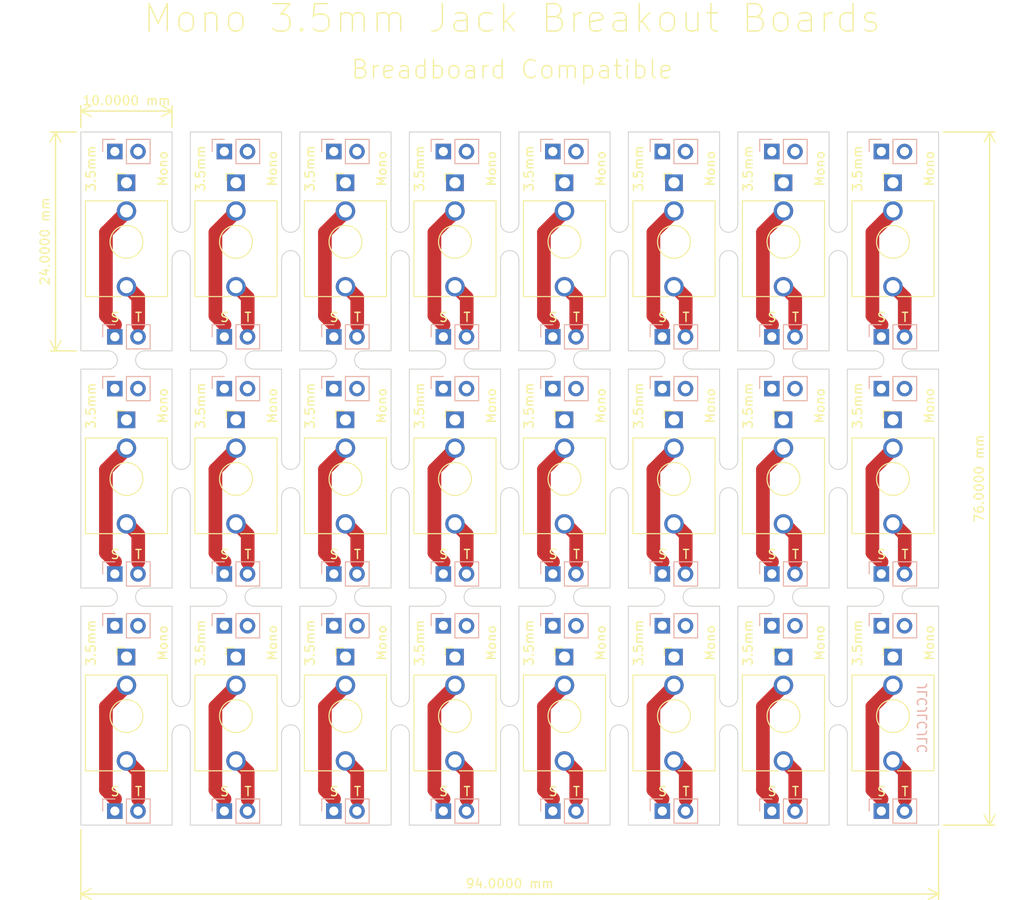
<source format=kicad_pcb>
(kicad_pcb (version 20211014) (generator pcbnew)
  (layers (0 "F.Cu" signal) (31 "B.Cu" signal) (34 "B.Paste" user) (35 "F.Paste" user) (36 "B.SilkS" user "B.Silkscreen") (37 "F.SilkS" user "F.Silkscreen") (38 "B.Mask" user) (39 "F.Mask" user) (44 "Edge.Cuts" user))
  (net 0 "")
  (net 1 "Net-(J3-PadT)")
  (net 2 "Net-(J3-PadS)")
  (footprint "LIBRARY-8-bit-computer:mouse-bite-2mm-slot" (layer "F.Cu") (at 147.18 71.444 -90)
    (fp_text reference "mouse-bite-2mm-slot11" hide)
    (fp_text value "VAL**" hide)
    (fp_arc (start -2 -1) (mid -1 0) (end -2 1) (layer "Edge.Cuts") (width 0.1))
    (fp_arc (start 2 1) (mid 1 0) (end 2 -1) (layer "Edge.Cuts") (width 0.1))
  )
  (footprint "LIBRARY-8-bit-computer:mouse-bite-2mm-slot" (layer "F.Cu") (at 153.18 84.444)
    (fp_text reference "mouse-bite-2mm-slot29" hide)
    (fp_text value "VAL**" hide)
    (fp_arc (start -2 -1) (mid -1 0) (end -2 1) (layer "Edge.Cuts") (width 0.1))
    (fp_arc (start 2 1) (mid 1 0) (end 2 -1) (layer "Edge.Cuts") (width 0.1))
  )
  (footprint "LIBRARY-8-bit-computer:mouse-bite-2mm-slot" (layer "F.Cu") (at 147.18 123.444 -90)
    (fp_text reference "mouse-bite-2mm-slot44" hide)
    (fp_text value "VAL**" hide)
    (fp_arc (start 2 1) (mid 1 0) (end 2 -1) (layer "Edge.Cuts") (width 0.1))
    (fp_arc (start -2 -1) (mid -1 0) (end -2 1) (layer "Edge.Cuts") (width 0.1))
  )
  (footprint "LIBRARY-8-bit-computer:mouse-bite-2mm-slot" (layer "F.Cu") (at 159.18 97.444 -90)
    (fp_text reference "mouse-bite-2mm-slot30" hide)
    (fp_text value "VAL**" hide)
    (fp_arc (start 2 1) (mid 1 0) (end 2 -1) (layer "Edge.Cuts") (width 0.1))
    (fp_arc (start -2 -1) (mid -1 0) (end -2 1) (layer "Edge.Cuts") (width 0.1))
  )
  (footprint "LIBRARY-8-bit-computer:mouse-bite-2mm-slot" (layer "F.Cu") (at 123.18 97.444 -90)
    (fp_text reference "mouse-bite-2mm-slot23" hide)
    (fp_text value "VAL**" hide)
    (fp_arc (start 2 1) (mid 1 0) (end 2 -1) (layer "Edge.Cuts") (width 0.1))
    (fp_arc (start -2 -1) (mid -1 0) (end -2 1) (layer "Edge.Cuts") (width 0.1))
  )
  (footprint "LIBRARY-8-bit-computer:3.5mm-mono-jack-eurorack-2" (layer "F.Cu") (at 105.18 71.584)
    (fp_text reference "J114" hide)
    (fp_text value "AudioJack2_Ground" hide)
  )
  (footprint "LIBRARY-8-bit-computer:3.5mm-mono-jack-eurorack-2" (layer "F.Cu") (at 129.18 97.584)
    (fp_text reference "J144" hide)
    (fp_text value "AudioJack2_Ground" hide)
  )
  (footprint "LIBRARY-8-bit-computer:mouse-bite-2mm-slot" (layer "F.Cu") (at 153.18 110.444)
    (fp_text reference "mouse-bite-2mm-slot45" hide)
    (fp_text value "VAL**" hide)
    (fp_arc (start -2 -1) (mid -1 0) (end -2 1) (layer "Edge.Cuts") (width 0.1))
    (fp_arc (start 2 1) (mid 1 0) (end 2 -1) (layer "Edge.Cuts") (width 0.1))
  )
  (footprint "LIBRARY-8-bit-computer:mouse-bite-2mm-slot" (layer "F.Cu") (at 165.18 84.444)
    (fp_text reference "mouse-bite-2mm-slot31" hide)
    (fp_text value "VAL**" hide)
    (fp_arc (start 2 1) (mid 1 0) (end 2 -1) (layer "Edge.Cuts") (width 0.1))
    (fp_arc (start -2 -1) (mid -1 0) (end -2 1) (layer "Edge.Cuts") (width 0.1))
  )
  (footprint "LIBRARY-8-bit-computer:mouse-bite-2mm-slot" (layer "F.Cu") (at 99.18 123.444 -90)
    (fp_text reference "mouse-bite-2mm-slot36" hide)
    (fp_text value "VAL**" hide)
    (fp_arc (start 2 1) (mid 1 0) (end 2 -1) (layer "Edge.Cuts") (width 0.1))
    (fp_arc (start -2 -1) (mid -1 0) (end -2 1) (layer "Edge.Cuts") (width 0.1))
  )
  (footprint "LIBRARY-8-bit-computer:mouse-bite-2mm-slot" (layer "F.Cu") (at 159.18 123.444 -90)
    (fp_text reference "mouse-bite-2mm-slot46" hide)
    (fp_text value "VAL**" hide)
    (fp_arc (start -2 -1) (mid -1 0) (end -2 1) (layer "Edge.Cuts") (width 0.1))
    (fp_arc (start 2 1) (mid 1 0) (end 2 -1) (layer "Edge.Cuts") (width 0.1))
  )
  (footprint "LIBRARY-8-bit-computer:3.5mm-mono-jack-eurorack-2" (layer "F.Cu") (at 81.18 71.584)
    (fp_text reference "J108" hide)
    (fp_text value "AudioJack2_Ground" hide)
  )
  (footprint "LIBRARY-8-bit-computer:3.5mm-mono-jack-eurorack-2" (layer "F.Cu") (at 93.18 123.584)
    (fp_text reference "J159" hide)
    (fp_text value "AudioJack2_Ground" hide)
  )
  (footprint "LIBRARY-8-bit-computer:mouse-bite-2mm-slot" (layer "F.Cu") (at 117.18 110.444)
    (fp_text reference "mouse-bite-2mm-slot39" hide)
    (fp_text value "VAL**" hide)
    (fp_arc (start 2 1) (mid 1 0) (end 2 -1) (layer "Edge.Cuts") (width 0.1))
    (fp_arc (start -2 -1) (mid -1 0) (end -2 1) (layer "Edge.Cuts") (width 0.1))
  )
  (footprint "LIBRARY-8-bit-computer:3.5mm-mono-jack-eurorack-2" (layer "F.Cu") (at 105.18 123.584)
    (fp_text reference "J162" hide)
    (fp_text value "AudioJack2_Ground" hide)
  )
  (footprint "LIBRARY-8-bit-computer:mouse-bite-2mm-slot" (layer "F.Cu") (at 117.18 84.444)
    (fp_text reference "mouse-bite-2mm-slot22" hide)
    (fp_text value "VAL**" hide)
    (fp_arc (start 2 1) (mid 1 0) (end 2 -1) (layer "Edge.Cuts") (width 0.1))
    (fp_arc (start -2 -1) (mid -1 0) (end -2 1) (layer "Edge.Cuts") (width 0.1))
  )
  (footprint "LIBRARY-8-bit-computer:3.5mm-mono-jack-eurorack-2" (layer "F.Cu") (at 141.18 123.584)
    (fp_text reference "J171" hide)
    (fp_text value "AudioJack2_Ground" hide)
  )
  (footprint "LIBRARY-8-bit-computer:3.5mm-mono-jack-eurorack-2" (layer "F.Cu") (at 129.18 123.584)
    (fp_text reference "J168" hide)
    (fp_text value "AudioJack2_Ground" hide)
  )
  (footprint "LIBRARY-8-bit-computer:mouse-bite-2mm-slot" (layer "F.Cu") (at 93.18 84.444)
    (fp_text reference "mouse-bite-2mm-slot18" hide)
    (fp_text value "VAL**" hide)
    (fp_arc (start 2 1) (mid 1 0) (end 2 -1) (layer "Edge.Cuts") (width 0.1))
    (fp_arc (start -2 -1) (mid -1 0) (end -2 1) (layer "Edge.Cuts") (width 0.1))
  )
  (footprint "LIBRARY-8-bit-computer:mouse-bite-2mm-slot" (layer "F.Cu") (at 81.18 110.444)
    (fp_text reference "mouse-bite-2mm-slot33" hide)
    (fp_text value "VAL**" hide)
    (fp_arc (start 2 1) (mid 1 0) (end 2 -1) (layer "Edge.Cuts") (width 0.1))
    (fp_arc (start -2 -1) (mid -1 0) (end -2 1) (layer "Edge.Cuts") (width 0.1))
  )
  (footprint "LIBRARY-8-bit-computer:3.5mm-mono-jack-eurorack-2" (layer "F.Cu") (at 165.18 71.584)
    (fp_text reference "J129" hide)
    (fp_text value "AudioJack2_Ground" hide)
  )
  (footprint "LIBRARY-8-bit-computer:3.5mm-mono-jack-eurorack-2" (layer "F.Cu") (at 153.18 71.584)
    (fp_text reference "J126" hide)
    (fp_text value "AudioJack2_Ground" hide)
  )
  (footprint "LIBRARY-8-bit-computer:mouse-bite-2mm-slot" (layer "F.Cu") (at 141.18 110.444)
    (fp_text reference "mouse-bite-2mm-slot43" hide)
    (fp_text value "VAL**" hide)
    (fp_arc (start -2 -1) (mid -1 0) (end -2 1) (layer "Edge.Cuts") (width 0.1))
    (fp_arc (start 2 1) (mid 1 0) (end 2 -1) (layer "Edge.Cuts") (width 0.1))
  )
  (footprint "LIBRARY-8-bit-computer:mouse-bite-2mm-slot" (layer "F.Cu") (at 135.18 71.444 -90)
    (fp_text reference "mouse-bite-2mm-slot9" hide)
    (fp_text value "VAL**" hide)
    (fp_arc (start -2 -1) (mid -1 0) (end -2 1) (layer "Edge.Cuts") (width 0.1))
    (fp_arc (start 2 1) (mid 1 0) (end 2 -1) (layer "Edge.Cuts") (width 0.1))
  )
  (footprint "LIBRARY-8-bit-computer:3.5mm-mono-jack-eurorack-2" (layer "F.Cu") (at 141.18 71.584)
    (fp_text reference "J123" hide)
    (fp_text value "AudioJack2_Ground" hide)
  )
  (footprint "LIBRARY-8-bit-computer:3.5mm-mono-jack-eurorack-2" (layer "F.Cu") (at 141.18 97.584)
    (fp_text reference "J147" hide)
    (fp_text value "AudioJack2_Ground" hide)
  )
  (footprint "LIBRARY-8-bit-computer:mouse-bite-2mm-slot" (layer "F.Cu") (at 135.18 123.444 -90)
    (fp_text reference "mouse-bite-2mm-slot42" hide)
    (fp_text value "VAL**" hide)
    (fp_arc (start -2 -1) (mid -1 0) (end -2 1) (layer "Edge.Cuts") (width 0.1))
    (fp_arc (start 2 1) (mid 1 0) (end 2 -1) (layer "Edge.Cuts") (width 0.1))
  )
  (footprint "LIBRARY-8-bit-computer:mouse-bite-2mm-slot" (layer "F.Cu") (at 93.18 110.444)
    (fp_text reference "mouse-bite-2mm-slot35" hide)
    (fp_text value "VAL**" hide)
    (fp_arc (start -2 -1) (mid -1 0) (end -2 1) (layer "Edge.Cuts") (width 0.1))
    (fp_arc (start 2 1) (mid 1 0) (end 2 -1) (layer "Edge.Cuts") (width 0.1))
  )
  (footprint "LIBRARY-8-bit-computer:mouse-bite-2mm-slot" (layer "F.Cu") (at 111.18 123.444 -90)
    (fp_text reference "mouse-bite-2mm-slot38" hide)
    (fp_text value "VAL**" hide)
    (fp_arc (start 2 1) (mid 1 0) (end 2 -1) (layer "Edge.Cuts") (width 0.1))
    (fp_arc (start -2 -1) (mid -1 0) (end -2 1) (layer "Edge.Cuts") (width 0.1))
  )
  (footprint "LIBRARY-8-bit-computer:3.5mm-mono-jack-eurorack-2" (layer "F.Cu") (at 117.18 123.584)
    (fp_text reference "J165" hide)
    (fp_text value "AudioJack2_Ground" hide)
  )
  (footprint "LIBRARY-8-bit-computer:mouse-bite-2mm-slot" (layer "F.Cu") (at 165.18 110.444)
    (fp_text reference "mouse-bite-2mm-slot47" hide)
    (fp_text value "VAL**" hide)
    (fp_arc (start -2 -1) (mid -1 0) (end -2 1) (layer "Edge.Cuts") (width 0.1))
    (fp_arc (start 2 1) (mid 1 0) (end 2 -1) (layer "Edge.Cuts") (width 0.1))
  )
  (footprint "LIBRARY-8-bit-computer:3.5mm-mono-jack-eurorack-2" (layer "F.Cu") (at 81.18 97.584)
    (fp_text reference "J132" hide)
    (fp_text value "AudioJack2_Ground" hide)
  )
  (footprint "LIBRARY-8-bit-computer:mouse-bite-2mm-slot" (layer "F.Cu") (at 141.18 84.444)
    (fp_text reference "mouse-bite-2mm-slot26" hide)
    (fp_text value "VAL**" hide)
    (fp_arc (start 2 1) (mid 1 0) (end 2 -1) (layer "Edge.Cuts") (width 0.1))
    (fp_arc (start -2 -1) (mid -1 0) (end -2 1) (layer "Edge.Cuts") (width 0.1))
  )
  (footprint "LIBRARY-8-bit-computer:3.5mm-mono-jack-eurorack-2" (layer "F.Cu") (at 117.18 97.584)
    (fp_text reference "J141" hide)
    (fp_text value "AudioJack2_Ground" hide)
  )
  (footprint "LIBRARY-8-bit-computer:mouse-bite-2mm-slot" (layer "F.Cu") (at 135.18 97.444 -90)
    (fp_text reference "mouse-bite-2mm-slot25" hide)
    (fp_text value "VAL**" hide)
    (fp_arc (start -2 -1) (mid -1 0) (end -2 1) (layer "Edge.Cuts") (width 0.1))
    (fp_arc (start 2 1) (mid 1 0) (end 2 -1) (layer "Edge.Cuts") (width 0.1))
  )
  (footprint "LIBRARY-8-bit-computer:mouse-bite-2mm-slot" (layer "F.Cu") (at 123.18 71.444 -90)
    (fp_text reference "mouse-bite-2mm-slot7" hide)
    (fp_text value "VAL**" hide)
    (fp_arc (start -2 -1) (mid -1 0) (end -2 1) (layer "Edge.Cuts") (width 0.1))
    (fp_arc (start 2 1) (mid 1 0) (end 2 -1) (layer "Edge.Cuts") (width 0.1))
  )
  (footprint "LIBRARY-8-bit-computer:3.5mm-mono-jack-eurorack-2" (layer "F.Cu") (at 153.18 97.584)
    (fp_text reference "J150" hide)
    (fp_text value "AudioJack2_Ground" hide)
  )
  (footprint "LIBRARY-8-bit-computer:3.5mm-mono-jack-eurorack-2" (layer "F.Cu") (at 129.18 71.584)
    (fp_text reference "J120" hide)
    (fp_text value "AudioJack2_Ground" hide)
  )
  (footprint "LIBRARY-8-bit-computer:3.5mm-mono-jack-eurorack-2" (layer "F.Cu") (at 81.18 123.584)
    (fp_text reference "J156" hide)
    (fp_text value "AudioJack2_Ground" hide)
  )
  (footprint "LIBRARY-8-bit-computer:mouse-bite-2mm-slot" (layer "F.Cu") (at 81.18 84.444)
    (fp_text reference "mouse-bite-2mm-slot16" hide)
    (fp_text value "VAL**" hide)
    (fp_arc (start 2 1) (mid 1 0) (end 2 -1) (layer "Edge.Cuts") (width 0.1))
    (fp_arc (start -2 -1) (mid -1 0) (end -2 1) (layer "Edge.Cuts") (width 0.1))
  )
  (footprint "LIBRARY-8-bit-computer:mouse-bite-2mm-slot" (layer "F.Cu") (at 129.18 110.444)
    (fp_text reference "mouse-bite-2mm-slot41" hide)
    (fp_text value "VAL**" hide)
    (fp_arc (start -2 -1) (mid -1 0) (end -2 1) (layer "Edge.Cuts") (width 0.1))
    (fp_arc (start 2 1) (mid 1 0) (end 2 -1) (layer "Edge.Cuts") (width 0.1))
  )
  (footprint "LIBRARY-8-bit-computer:3.5mm-mono-jack-eurorack-2" (layer "F.Cu") (at 93.18 71.584)
    (fp_text reference "J111" hide)
    (fp_text value "AudioJack2_Ground" hide)
  )
  (footprint "LIBRARY-8-bit-computer:mouse-bite-2mm-slot" (layer "F.Cu") (at 87.18 123.444 -90)
    (fp_text reference "mouse-bite-2mm-slot34" hide)
    (fp_text value "VAL**" hide)
    (fp_arc (start 2 1) (mid 1 0) (end 2 -1) (layer "Edge.Cuts") (width 0.1))
    (fp_arc (start -2 -1) (mid -1 0) (end -2 1) (layer "Edge.Cuts") (width 0.1))
  )
  (footprint "LIBRARY-8-bit-computer:mouse-bite-2mm-slot" (layer "F.Cu") (at 87.18 71.444 -90)
    (fp_text reference "mouse-bite-2mm-slot1" hide)
    (fp_text value "VAL**" hide)
    (fp_arc (start 2 1) (mid 1 0) (end 2 -1) (layer "Edge.Cuts") (width 0.1))
    (fp_arc (start -2 -1) (mid -1 0) (end -2 1) (layer "Edge.Cuts") (width 0.1))
  )
  (footprint "LIBRARY-8-bit-computer:mouse-bite-2mm-slot" (layer "F.Cu") (at 129.18 84.444)
    (fp_text reference "mouse-bite-2mm-slot24" hide)
    (fp_text value "VAL**" hide)
    (fp_arc (start -2 -1) (mid -1 0) (end -2 1) (layer "Edge.Cuts") (width 0.1))
    (fp_arc (start 2 1) (mid 1 0) (end 2 -1) (layer "Edge.Cuts") (width 0.1))
  )
  (footprint "LIBRARY-8-bit-computer:3.5mm-mono-jack-eurorack-2" (layer "F.Cu") (at 105.18 97.584)
    (fp_text reference "J138" hide)
    (fp_text value "AudioJack2_Ground" hide)
  )
  (footprint "LIBRARY-8-bit-computer:mouse-bite-2mm-slot" (layer "F.Cu") (at 99.18 71.444 -90)
    (fp_text reference "mouse-bite-2mm-slot3" hide)
    (fp_text value "VAL**" hide)
    (fp_arc (start -2 -1) (mid -1 0) (end -2 1) (layer "Edge.Cuts") (width 0.1))
    (fp_arc (start 2 1) (mid 1 0) (end 2 -1) (layer "Edge.Cuts") (width 0.1))
  )
  (footprint "LIBRARY-8-bit-computer:3.5mm-mono-jack-eurorack-2" (layer "F.Cu") (at 165.18 123.584)
    (fp_text reference "J177" hide)
    (fp_text value "AudioJack2_Ground" hide)
  )
  (footprint "LIBRARY-8-bit-computer:3.5mm-mono-jack-eurorack-2" (layer "F.Cu") (at 117.18 71.584)
    (fp_text reference "J117" hide)
    (fp_text value "AudioJack2_Ground" hide)
  )
  (footprint "LIBRARY-8-bit-computer:mouse-bite-2mm-slot" (layer "F.Cu") (at 159.18 71.444 -90)
    (fp_text reference "mouse-bite-2mm-slot13" hide)
    (fp_text value "VAL**" hide)
    (fp_arc (start 2 1) (mid 1 0) (end 2 -1) (layer "Edge.Cuts") (width 0.1))
    (fp_arc (start -2 -1) (mid -1 0) (end -2 1) (layer "Edge.Cuts") (width 0.1))
  )
  (footprint "LIBRARY-8-bit-computer:mouse-bite-2mm-slot" (layer "F.Cu") (at 147.18 97.444 -90)
    (fp_text reference "mouse-bite-2mm-slot27" hide)
    (fp_text value "VAL**" hide)
    (fp_arc (start 2 1) (mid 1 0) (end 2 -1) (layer "Edge.Cuts") (width 0.1))
    (fp_arc (start -2 -1) (mid -1 0) (end -2 1) (layer "Edge.Cuts") (width 0.1))
  )
  (footprint "LIBRARY-8-bit-computer:3.5mm-mono-jack-eurorack-2" (layer "F.Cu") (at 165.18 97.584)
    (fp_text reference "J153" hide)
    (fp_text value "AudioJack2_Ground" hide)
  )
  (footprint "LIBRARY-8-bit-computer:mouse-bite-2mm-slot" (layer "F.Cu") (at 105.18 84.444)
    (fp_text reference "mouse-bite-2mm-slot20" hide)
    (fp_text value "VAL**" hide)
    (fp_arc (start -2 -1) (mid -1 0) (end -2 1) (layer "Edge.Cuts") (width 0.1))
    (fp_arc (start 2 1) (mid 1 0) (end 2 -1) (layer "Edge.Cuts") (width 0.1))
  )
  (footprint "LIBRARY-8-bit-computer:mouse-bite-2mm-slot" (layer "F.Cu") (at 111.18 97.444 -90)
    (fp_text reference "mouse-bite-2mm-slot21" hide)
    (fp_text value "VAL**" hide)
    (fp_arc (start 2 1) (mid 1 0) (end 2 -1) (layer "Edge.Cuts") (width 0.1))
    (fp_arc (start -2 -1) (mid -1 0) (end -2 1) (layer "Edge.Cuts") (width 0.1))
  )
  (footprint "LIBRARY-8-bit-computer:mouse-bite-2mm-slot" (layer "F.Cu") (at 105.18 110.444)
    (fp_text reference "mouse-bite-2mm-slot37" hide)
    (fp_text value "VAL**" hide)
    (fp_arc (start -2 -1) (mid -1 0) (end -2 1) (layer "Edge.Cuts") (width 0.1))
    (fp_arc (start 2 1) (mid 1 0) (end 2 -1) (layer "Edge.Cuts") (width 0.1))
  )
  (footprint "LIBRARY-8-bit-computer:mouse-bite-2mm-slot" (layer "F.Cu") (at 123.18 123.444 -90)
    (fp_text reference "mouse-bite-2mm-slot40" hide)
    (fp_text value "VAL**" hide)
    (fp_arc (start -2 -1) (mid -1 0) (end -2 1) (layer "Edge.Cuts") (width 0.1))
    (fp_arc (start 2 1) (mid 1 0) (end 2 -1) (layer "Edge.Cuts") (width 0.1))
  )
  (footprint "LIBRARY-8-bit-computer:mouse-bite-2mm-slot" (layer "F.Cu") (at 111.18 71.444 -90)
    (fp_text reference "mouse-bite-2mm-slot5" hide)
    (fp_text value "VAL**" hide)
    (fp_arc (start 2 1) (mid 1 0) (end 2 -1) (layer "Edge.Cuts") (width 0.1))
    (fp_arc (start -2 -1) (mid -1 0) (end -2 1) (layer "Edge.Cuts") (width 0.1))
  )
  (footprint "LIBRARY-8-bit-computer:3.5mm-mono-jack-eurorack-2" (layer "F.Cu") (at 153.18 123.584)
    (fp_text reference "J174" hide)
    (fp_text value "AudioJack2_Ground" hide)
  )
  (footprint "LIBRARY-8-bit-computer:3.5mm-mono-jack-eurorack-2" (layer "F.Cu") (at 93.18 97.584)
    (fp_text reference "J135" hide)
    (fp_text value "AudioJack2_Ground" hide)
  )
  (footprint "LIBRARY-8-bit-computer:mouse-bite-2mm-slot" (layer "F.Cu") (at 99.18 97.444 -90)
    (fp_text reference "mouse-bite-2mm-slot19" hide)
    (fp_text value "VAL**" hide)
    (fp_arc (start 2 1) (mid 1 0) (end 2 -1) (layer "Edge.Cuts") (width 0.1))
    (fp_arc (start -2 -1) (mid -1 0) (end -2 1) (layer "Edge.Cuts") (width 0.1))
  )
  (footprint "LIBRARY-8-bit-computer:mouse-bite-2mm-slot" (layer "F.Cu") (at 87.18 97.444 -90)
    (fp_text reference "mouse-bite-2mm-slot17" hide)
    (fp_text value "VAL**" hide)
    (fp_arc (start 2 1) (mid 1 0) (end 2 -1) (layer "Edge.Cuts") (width 0.1))
    (fp_arc (start -2 -1) (mid -1 0) (end -2 1) (layer "Edge.Cuts") (width 0.1))
  )
  (footprint "Connector_PinHeader_2.54mm:PinHeader_1x02_P2.54mm_Vertical" (layer "B.Cu") (at 103.905 113.584 -90)
    (fp_text reference "J164" hide)
    (fp_text value "Conn_01x02" hide)
  )
  (footprint "Connector_PinHeader_2.54mm:PinHeader_1x02_P2.54mm_Vertical" (layer "B.Cu") (at 115.905 87.584 -90)
    (fp_text reference "J143" hide)
    (fp_text value "Conn_01x02" hide)
  )
  (footprint "Connector_PinHeader_2.54mm:PinHeader_1x02_P2.54mm_Vertical" (layer "B.Cu") (at 163.905 87.584 -90)
    (fp_text reference "J155" hide)
    (fp_text value "Conn_01x02" hide)
  )
  (footprint "Connector_PinHeader_2.54mm:PinHeader_1x02_P2.54mm_Vertical" (layer "B.Cu") (at 115.905 107.904 -90)
    (fp_text reference "J142" hide)
    (fp_text value "Conn_01x02" hide)
  )
  (footprint "Connector_PinHeader_2.54mm:PinHeader_1x02_P2.54mm_Vertical" (layer "B.Cu") (at 151.905 133.904 -90)
    (fp_text reference "J175" hide)
    (fp_text value "Conn_01x02" hide)
  )
  (footprint "Connector_PinHeader_2.54mm:PinHeader_1x02_P2.54mm_Vertical" (layer "B.Cu") (at 91.905 107.904 -90)
    (fp_text reference "J136" hide)
    (fp_text value "Conn_01x02" hide)
  )
  (footprint "Connector_PinHeader_2.54mm:PinHeader_1x02_P2.54mm_Vertical" (layer "B.Cu") (at 79.905 61.584 -90)
    (fp_text reference "J110" hide)
    (fp_text value "Conn_01x02" hide)
  )
  (footprint "Connector_PinHeader_2.54mm:PinHeader_1x02_P2.54mm_Vertical" (layer "B.Cu") (at 115.905 81.904 -90)
    (fp_text reference "J118" hide)
    (fp_text value "Conn_01x02" hide)
  )
  (footprint "Connector_PinHeader_2.54mm:PinHeader_1x02_P2.54mm_Vertical" (layer "B.Cu") (at 79.905 87.584 -90)
    (fp_text reference "J134" hide)
    (fp_text value "Conn_01x02" hide)
  )
  (footprint "Connector_PinHeader_2.54mm:PinHeader_1x02_P2.54mm_Vertical" (layer "B.Cu") (at 151.905 113.584 -90)
    (fp_text reference "J176" hide)
    (fp_text value "Conn_01x02" hide)
  )
  (footprint "Connector_PinHeader_2.54mm:PinHeader_1x02_P2.54mm_Vertical" (layer "B.Cu") (at 127.905 133.904 -90)
    (fp_text reference "J169" hide)
    (fp_text value "Conn_01x02" hide)
  )
  (footprint "Connector_PinHeader_2.54mm:PinHeader_1x02_P2.54mm_Vertical" (layer "B.Cu") (at 79.905 113.584 -90)
    (fp_text reference "J158" hide)
    (fp_text value "Conn_01x02" hide)
  )
  (footprint "Connector_PinHeader_2.54mm:PinHeader_1x02_P2.54mm_Vertical" (layer "B.Cu") (at 127.905 87.584 -90)
    (fp_text reference "J146" hide)
    (fp_text value "Conn_01x02" hide)
  )
  (footprint "Connector_PinHeader_2.54mm:PinHeader_1x02_P2.54mm_Vertical" (layer "B.Cu") (at 79.905 133.904 -90)
    (fp_text reference "J157" hide)
    (fp_text value "Conn_01x02" hide)
  )
  (footprint "Connector_PinHeader_2.54mm:PinHeader_1x02_P2.54mm_Vertical" (layer "B.Cu") (at 151.905 87.584 -90)
    (fp_text reference "J152" hide)
    (fp_text value "Conn_01x02" hide)
  )
  (footprint "Connector_PinHeader_2.54mm:PinHeader_1x02_P2.54mm_Vertical" (layer "B.Cu") (at 91.905 81.904 -90)
    (fp_text reference "J112" hide)
    (fp_text value "Conn_01x02" hide)
  )
  (footprint "Connector_PinHeader_2.54mm:PinHeader_1x02_P2.54mm_Vertical" (layer "B.Cu") (at 139.905 113.584 -90)
    (fp_text reference "J173" hide)
    (fp_text value "Conn_01x02" hide)
  )
  (footprint "Connector_PinHeader_2.54mm:PinHeader_1x02_P2.54mm_Vertical" (layer "B.Cu") (at 91.905 61.584 -90)
    (fp_text reference "J113" hide)
    (fp_text value "Conn_01x02" hide)
  )
  (footprint "Connector_PinHeader_2.54mm:PinHeader_1x02_P2.54mm_Vertical" (layer "B.Cu") (at 103.905 81.904 -90)
    (fp_text reference "J115" hide)
    (fp_text value "Conn_01x02" hide)
  )
  (footprint "Connector_PinHeader_2.54mm:PinHeader_1x02_P2.54mm_Vertical" (layer "B.Cu") (at 115.905 133.904 -90)
    (fp_text reference "J166" hide)
    (fp_text value "Conn_01x02" hide)
  )
  (footprint "Connector_PinHeader_2.54mm:PinHeader_1x02_P2.54mm_Vertical" (layer "B.Cu") (at 151.905 61.584 -90)
    (fp_text reference "J128" hide)
    (fp_text value "Conn_01x02" hide)
  )
  (footprint "Connector_PinHeader_2.54mm:PinHeader_1x02_P2.54mm_Vertical" (layer "B.Cu") (at 151.905 81.904 -90)
    (fp_text reference "J127" hide)
    (fp_text value "Conn_01x02" hide)
  )
  (footprint "Connector_PinHeader_2.54mm:PinHeader_1x02_P2.54mm_Vertical" (layer "B.Cu") (at 91.905 133.904 -90)
    (fp_text reference "J160" hide)
    (fp_text value "Conn_01x02" hide)
  )
  (footprint "Connector_PinHeader_2.54mm:PinHeader_1x02_P2.54mm_Vertical" (layer "B.Cu") (at 115.905 61.584 -90)
    (fp_text reference "J119" hide)
    (fp_text value "Conn_01x02" hide)
  )
  (footprint "Connector_PinHeader_2.54mm:PinHeader_1x02_P2.54mm_Vertical" (layer "B.Cu") (at 91.905 87.584 -90)
    (fp_text reference "J137" hide)
    (fp_text value "Conn_01x02" hide)
  )
  (footprint "Connector_PinHeader_2.54mm:PinHeader_1x02_P2.54mm_Vertical" (layer "B.Cu") (at 151.905 107.904 -90)
    (fp_text reference "J151" hide)
    (fp_text value "Conn_01x02" hide)
  )
  (footprint "Connector_PinHeader_2.54mm:PinHeader_1x02_P2.54mm_Vertical" (layer "B.Cu") (at 139.905 107.904 -90)
    (fp_text reference "J148" hide)
    (fp_text value "Conn_01x02" hide)
  )
  (footprint "Connector_PinHeader_2.54mm:PinHeader_1x02_P2.54mm_Vertical" (layer "B.Cu") (at 163.905 113.584 -90)
    (fp_text reference "J179" hide)
    (fp_text value "Conn_01x02" hide)
  )
  (footprint "Connector_PinHeader_2.54mm:PinHeader_1x02_P2.54mm_Vertical" (layer "B.Cu") (at 139.905 133.904 -90)
    (fp_text reference "J172" hide)
    (fp_text value "Conn_01x02" hide)
  )
  (footprint "Connector_PinHeader_2.54mm:PinHeader_1x02_P2.54mm_Vertical" (layer "B.Cu") (at 103.905 107.904 -90)
    (fp_text reference "J139" hide)
    (fp_text value "Conn_01x02" hide)
  )
  (footprint "Connector_PinHeader_2.54mm:PinHeader_1x02_P2.54mm_Vertical" (layer "B.Cu") (at 127.905 81.904 -90)
    (fp_text reference "J121" hide)
    (fp_text value "Conn_01x02" hide)
  )
  (footprint "Connector_PinHeader_2.54mm:PinHeader_1x02_P2.54mm_Vertical" (layer "B.Cu") (at 163.905 81.904 -90)
    (fp_text reference "J130" hide)
    (fp_text value "Conn_01x02" hide)
  )
  (footprint "Connector_PinHeader_2.54mm:PinHeader_1x02_P2.54mm_Vertical" (layer "B.Cu") (at 79.905 81.904 -90)
    (fp_text reference "J109" hide)
    (fp_text value "Conn_01x02" hide)
  )
  (footprint "Connector_PinHeader_2.54mm:PinHeader_1x02_P2.54mm_Vertical" (layer "B.Cu") (at 139.905 87.584 -90)
    (fp_text reference "J149" hide)
    (fp_text value "Conn_01x02" hide)
  )
  (footprint "Connector_PinHeader_2.54mm:PinHeader_1x02_P2.54mm_Vertical" (layer "B.Cu") (at 103.905 133.904 -90)
    (fp_text reference "J163" hide)
    (fp_text value "Conn_01x02" hide)
  )
  (footprint "Connector_PinHeader_2.54mm:PinHeader_1x02_P2.54mm_Vertical" (layer "B.Cu") (at 127.905 61.584 -90)
    (fp_text reference "J122" hide)
    (fp_text value "Conn_01x02" hide)
  )
  (footprint "Connector_PinHeader_2.54mm:PinHeader_1x02_P2.54mm_Vertical" (layer "B.Cu") (at 139.905 61.584 -90)
    (fp_text reference "J125" hide)
    (fp_text value "Conn_01x02" hide)
  )
  (footprint "Connector_PinHeader_2.54mm:PinHeader_1x02_P2.54mm_Vertical" (layer "B.Cu") (at 103.905 61.584 -90)
    (fp_text reference "J116" hide)
    (fp_text value "Conn_01x02" hide)
  )
  (footprint "Connector_PinHeader_2.54mm:PinHeader_1x02_P2.54mm_Vertical" (layer "B.Cu") (at 163.905 133.904 -90)
    (fp_text reference "J178" hide)
    (fp_text value "Conn_01x02" hide)
  )
  (footprint "Connector_PinHeader_2.54mm:PinHeader_1x02_P2.54mm_Vertical" (layer "B.Cu") (at 127.905 107.904 -90)
    (fp_text reference "J145" hide)
    (fp_text value "Conn_01x02" hide)
  )
  (footprint "Connector_PinHeader_2.54mm:PinHeader_1x02_P2.54mm_Vertical" (layer "B.Cu") (at 163.905 61.584 -90)
    (fp_text reference "J131" hide)
    (fp_text value "Conn_01x02" hide)
  )
  (footprint "Connector_PinHeader_2.54mm:PinHeader_1x02_P2.54mm_Vertical" (layer "B.Cu") (at 115.905 113.584 -90)
    (fp_text reference "J167" hide)
    (fp_text value "Conn_01x02" hide)
  )
  (footprint "Connector_PinHeader_2.54mm:PinHeader_1x02_P2.54mm_Vertical" (layer "B.Cu") (at 79.905 107.904 -90)
    (fp_text reference "J133" hide)
    (fp_text value "Conn_01x02" hide)
  )
  (footprint "Connector_PinHeader_2.54mm:PinHeader_1x02_P2.54mm_Vertical" (layer "B.Cu") (at 139.905 81.904 -90)
    (fp_text reference "J124" hide)
    (fp_text value "Conn_01x02" hide)
  )
  (footprint "Connector_PinHeader_2.54mm:PinHeader_1x02_P2.54mm_Vertical" (layer "B.Cu") (at 127.905 113.584 -90)
    (fp_text reference "J170" hide)
    (fp_text value "Conn_01x02" hide)
  )
  (footprint "Connector_PinHeader_2.54mm:PinHeader_1x02_P2.54mm_Vertical" (layer "B.Cu") (at 163.905 107.904 -90)
    (fp_text reference "J154" hide)
    (fp_text value "Conn_01x02" hide)
  )
  (footprint "Connector_PinHeader_2.54mm:PinHeader_1x02_P2.54mm_Vertical" (layer "B.Cu") (at 91.905 113.584 -90)
    (fp_text reference "J161" hide)
    (fp_text value "Conn_01x02" hide)
  )
  (footprint "Connector_PinHeader_2.54mm:PinHeader_1x02_P2.54mm_Vertical" (layer "B.Cu") (at 103.905 87.584 -90)
    (fp_text reference "J140" hide)
    (fp_text value "Conn_01x02" hide)
  )
  (gr_line (start 163.18 135.444) (end 160.18 135.444) (layer "Edge.Cuts") (width 0.1))
  (gr_line (start 79.18 111.444) (end 76.18 111.444) (layer "Edge.Cuts") (width 0.1))
  (gr_line (start 170.18 121.444) (end 170.18 111.444) (layer "Edge.Cuts") (width 0.1))
  (gr_line (start 98.18 95.444) (end 98.18 85.444) (layer "Edge.Cuts") (width 0.1))
  (gr_line (start 158.18 69.444) (end 158.18 59.444) (layer "Edge.Cuts") (width 0.1))
  (gr_line (start 76.18 99.444) (end 76.18 95.444) (layer "Edge.Cuts") (width 0.1))
  (gr_line (start 122.18 83.444) (end 122.18 73.444) (layer "Edge.Cuts") (width 0.1))
  (gr_line (start 91.18 109.444) (end 88.18 109.444) (layer "Edge.Cuts") (width 0.1))
  (gr_line (start 170.18 59.444) (end 167.18 59.444) (layer "Edge.Cuts") (width 0.1))
  (gr_line (start 124.18 85.444) (end 124.18 95.444) (layer "Edge.Cuts") (width 0.1))
  (gr_line (start 91.18 135.444) (end 88.18 135.444) (layer "Edge.Cuts") (width 0.1))
  (gr_line (start 76.18 83.444) (end 76.18 73.444) (layer "Edge.Cuts") (width 0.1))
  (gr_line (start 79.18 59.444) (end 83.18 59.444) (layer "Edge.Cuts") (width 0.1))
  (gr_line (start 160.18 111.444) (end 160.18 121.444) (layer "Edge.Cuts") (width 0.1))
  (gr_line (start 158.18 109.444) (end 158.18 99.444) (layer "Edge.Cuts") (width 0.1))
  (gr_line (start 170.18 95.444) (end 170.18 85.444) (layer "Edge.Cuts") (width 0.1))
  (gr_line (start 139.18 135.444) (end 136.18 135.444) (layer "Edge.Cuts") (width 0.1))
  (gr_line (start 160.18 109.444) (end 160.18 99.444) (layer "Edge.Cuts") (width 0.1))
  (gr_line (start 146.18 85.444) (end 143.18 85.444) (layer "Edge.Cuts") (width 0.1))
  (gr_line (start 167.18 109.444) (end 170.18 109.444) (layer "Edge.Cuts") (width 0.1))
  (gr_line (start 134.18 59.444) (end 131.18 59.444) (layer "Edge.Cuts") (width 0.1))
  (gr_line (start 148.18 59.444) (end 148.18 69.444) (layer "Edge.Cuts") (width 0.1))
  (gr_line (start 143.18 135.444) (end 139.18 135.444) (layer "Edge.Cuts") (width 0.1))
  (gr_line (start 100.18 111.444) (end 100.18 121.444) (layer "Edge.Cuts") (width 0.1))
  (gr_line (start 127.18 59.444) (end 131.18 59.444) (layer "Edge.Cuts") (width 0.1))
  (gr_line (start 136.18 85.444) (end 136.18 95.444) (layer "Edge.Cuts") (width 0.1))
  (gr_line (start 100.18 59.444) (end 100.18 69.444) (layer "Edge.Cuts") (width 0.1))
  (gr_line (start 146.18 109.444) (end 146.18 99.444) (layer "Edge.Cuts") (width 0.1))
  (gr_line (start 160.18 135.444) (end 160.18 125.444) (layer "Edge.Cuts") (width 0.1))
  (gr_line (start 107.18 135.444) (end 110.18 135.444) (layer "Edge.Cuts") (width 0.1))
  (gr_line (start 131.18 135.444) (end 134.18 135.444) (layer "Edge.Cuts") (width 0.1))
  (gr_line (start 110.18 109.444) (end 110.18 99.444) (layer "Edge.Cuts") (width 0.1))
  (gr_line (start 103.18 111.444) (end 100.18 111.444) (layer "Edge.Cuts") (width 0.1))
  (gr_line (start 170.18 73.444) (end 170.18 69.444) (layer "Edge.Cuts") (width 0.1))
  (gr_line (start 148.18 109.444) (end 148.18 99.444) (layer "Edge.Cuts") (width 0.1))
  (gr_line (start 163.18 135.444) (end 167.18 135.444) (layer "Edge.Cuts") (width 0.1))
  (gr_line (start 110.18 85.444) (end 107.18 85.444) (layer "Edge.Cuts") (width 0.1))
  (gr_line (start 160.18 85.444) (end 160.18 95.444) (layer "Edge.Cuts") (width 0.1))
  (gr_line (start 103.18 83.444) (end 100.18 83.444) (layer "Edge.Cuts") (width 0.1))
  (gr_line (start 107.18 109.444) (end 110.18 109.444) (layer "Edge.Cuts") (width 0.1))
  (gr_line (start 146.18 95.444) (end 146.18 85.444) (layer "Edge.Cuts") (width 0.1))
  (gr_line (start 83.18 109.444) (end 86.18 109.444) (layer "Edge.Cuts") (width 0.1))
  (gr_line (start 146.18 135.444) (end 146.18 125.444) (layer "Edge.Cuts") (width 0.1))
  (gr_line (start 122.18 109.444) (end 122.18 99.444) (layer "Edge.Cuts") (width 0.1))
  (gr_line (start 139.18 59.444) (end 136.18 59.444) (layer "Edge.Cuts") (width 0.1))
  (gr_line (start 170.18 69.444) (end 170.18 59.444) (layer "Edge.Cuts") (width 0.1))
  (gr_line (start 98.18 109.444) (end 98.18 99.444) (layer "Edge.Cuts") (width 0.1))
  (gr_line (start 143.18 135.444) (end 146.18 135.444) (layer "Edge.Cuts") (width 0.1))
  (gr_line (start 151.18 111.444) (end 148.18 111.444) (layer "Edge.Cuts") (width 0.1))
  (gr_line (start 155.18 109.444) (end 158.18 109.444) (layer "Edge.Cuts") (width 0.1))
  (gr_line (start 127.18 111.444) (end 124.18 111.444) (layer "Edge.Cuts") (width 0.1))
  (gr_line (start 86.18 111.444) (end 83.18 111.444) (layer "Edge.Cuts") (width 0.1))
  (gr_line (start 122.18 135.444) (end 122.18 125.444) (layer "Edge.Cuts") (width 0.1))
  (gr_line (start 146.18 69.444) (end 146.18 59.444) (layer "Edge.Cuts") (width 0.1))
  (gr_line (start 112.18 83.444) (end 112.18 73.444) (layer "Edge.Cuts") (width 0.1))
  (gr_line (start 115.18 85.444) (end 112.18 85.444) (layer "Edge.Cuts") (width 0.1))
  (gr_line (start 148.18 85.444) (end 148.18 95.444) (layer "Edge.Cuts") (width 0.1))
  (gr_line (start 122.18 111.444) (end 119.18 111.444) (layer "Edge.Cuts") (width 0.1))
  (gr_line (start 91.18 83.444) (end 88.18 83.444) (layer "Edge.Cuts") (width 0.1))
  (gr_line (start 139.18 59.444) (end 143.18 59.444) (layer "Edge.Cuts") (width 0.1))
  (gr_line (start 98.18 59.444) (end 95.18 59.444) (layer "Edge.Cuts") (width 0.1))
  (gr_line (start 170.18 85.444) (end 167.18 85.444) (layer "Edge.Cuts") (width 0.1))
  (gr_line (start 115.18 59.444) (end 112.18 59.444) (layer "Edge.Cuts") (width 0.1))
  (gr_line (start 170.18 125.444) (end 170.18 121.444) (layer "Edge.Cuts") (width 0.1))
  (gr_line (start 115.18 135.444) (end 119.18 135.444) (layer "Edge.Cuts") (width 0.1))
  (gr_line (start 139.18 83.444) (end 136.18 83.444) (layer "Edge.Cuts") (width 0.1))
  (gr_line (start 160.18 83.444) (end 160.18 73.444) (layer "Edge.Cuts") (width 0.1))
  (gr_line (start 155.18 135.444) (end 158.18 135.444) (layer "Edge.Cuts") (width 0.1))
  (gr_line (start 98.18 85.444) (end 95.18 85.444) (layer "Edge.Cuts") (width 0.1))
  (gr_line (start 88.18 109.444) (end 88.18 99.444) (layer "Edge.Cuts") (width 0.1))
  (gr_line (start 91.18 111.444) (end 88.18 111.444) (layer "Edge.Cuts") (width 0.1))
  (gr_line (start 98.18 83.444) (end 98.18 73.444) (layer "Edge.Cuts") (width 0.1))
  (gr_line (start 139.18 111.444) (end 136.18 111.444) (layer "Edge.Cuts") (width 0.1))
  (gr_line (start 146.18 83.444) (end 146.18 73.444) (layer "Edge.Cuts") (width 0.1))
  (gr_line (start 79.18 109.444) (end 76.18 109.444) (layer "Edge.Cuts") (width 0.1))
  (gr_line (start 86.18 69.444) (end 86.18 59.444) (layer "Edge.Cuts") (width 0.1))
  (gr_line (start 158.18 135.444) (end 158.18 125.444) (layer "Edge.Cuts") (width 0.1))
  (gr_line (start 155.18 83.444) (end 158.18 83.444) (layer "Edge.Cuts") (width 0.1))
  (gr_line (start 134.18 69.444) (end 134.18 59.444) (layer "Edge.Cuts") (width 0.1))
  (gr_line (start 86.18 83.444) (end 86.18 73.444) (layer "Edge.Cuts") (width 0.1))
  (gr_line (start 112.18 111.444) (end 112.18 121.444) (layer "Edge.Cuts") (width 0.1))
  (gr_line (start 76.18 121.444) (end 76.18 125.444) (layer "Edge.Cuts") (width 0.1))
  (gr_line (start 124.18 59.444) (end 124.18 69.444) (layer "Edge.Cuts") (width 0.1))
  (gr_line (start 136.18 111.444) (end 136.18 121.444) (layer "Edge.Cuts") (width 0.1))
  (gr_line (start 134.18 111.444) (end 131.18 111.444) (layer "Edge.Cuts") (width 0.1))
  (gr_line (start 103.18 109.444) (end 100.18 109.444) (layer "Edge.Cuts") (width 0.1))
  (gr_line (start 134.18 95.444) (end 134.18 85.444) (layer "Edge.Cuts") (width 0.1))
  (gr_line (start 110.18 59.444) (end 107.18 59.444) (layer "Edge.Cuts") (width 0.1))
  (gr_line (start 131.18 109.444) (end 134.18 109.444) (layer "Edge.Cuts") (width 0.1))
  (gr_line (start 122.18 95.444) (end 122.18 85.444) (layer "Edge.Cuts") (width 0.1))
  (gr_line (start 115.18 83.444) (end 112.18 83.444) (layer "Edge.Cuts") (width 0.1))
  (gr_line (start 151.18 83.444) (end 148.18 83.444) (layer "Edge.Cuts") (width 0.1))
  (gr_line (start 158.18 83.444) (end 158.18 73.444) (layer "Edge.Cuts") (width 0.1))
  (gr_line (start 76.18 135.444) (end 76.18 125.444) (layer "Edge.Cuts") (width 0.1))
  (gr_line (start 124.18 83.444) (end 124.18 73.444) (layer "Edge.Cuts") (width 0.1))
  (gr_line (start 163.18 109.444) (end 160.18 109.444) (layer "Edge.Cuts") (width 0.1))
  (gr_line (start 151.18 109.444) (end 148.18 109.444) (layer "Edge.Cuts") (width 0.1))
  (gr_line (start 110.18 83.444) (end 110.18 73.444) (layer "Edge.Cuts") (width 0.1))
  (gr_line (start 86.18 109.444) (end 86.18 99.444) (layer "Edge.Cuts") (width 0.1))
  (gr_line (start 158.18 121.444) (end 158.18 111.444) (layer "Edge.Cuts") (width 0.1))
  (gr_line (start 91.18 59.444) (end 88.18 59.444) (layer "Edge.Cuts") (width 0.1))
  (gr_line (start 119.18 83.444) (end 122.18 83.444) (layer "Edge.Cuts") (width 0.1))
  (gr_line (start 100.18 83.444) (end 100.18 73.444) (layer "Edge.Cuts") (width 0.1))
  (gr_line (start 107.18 83.444) (end 110.18 83.444) (layer "Edge.Cuts") (width 0.1))
  (gr_line (start 86.18 85.444) (end 83.18 85.444) (layer "Edge.Cuts") (width 0.1))
  (gr_line (start 127.18 135.444) (end 124.18 135.444) (layer "Edge.Cuts") (width 0.1))
  (gr_line (start 124.18 109.444) (end 124.18 99.444) (layer "Edge.Cuts") (width 0.1))
  (gr_line (start 76.18 111.444) (end 76.18 121.444) (layer "Edge.Cuts") (width 0.1))
  (gr_line (start 146.18 121.444) (end 146.18 111.444) (layer "Edge.Cuts") (width 0.1))
  (gr_line (start 139.18 85.444) (end 136.18 85.444) (layer "Edge.Cuts") (width 0.1))
  (gr_line (start 115.18 59.444) (end 119.18 59.444) (layer "Edge.Cuts") (width 0.1))
  (gr_line (start 110.18 135.444) (end 110.18 125.444) (layer "Edge.Cuts") (width 0.1))
  (gr_line (start 134.18 121.444) (end 134.18 111.444) (layer "Edge.Cuts") (width 0.1))
  (gr_line (start 88.18 135.444) (end 88.18 125.444) (layer "Edge.Cuts") (width 0.1))
  (gr_line (start 146.18 59.444) (end 143.18 59.444) (layer "Edge.Cuts") (width 0.1))
  (gr_line (start 151.18 135.444) (end 155.18 135.444) (layer "Edge.Cuts") (width 0.1))
  (gr_line (start 124.18 111.444) (end 124.18 121.444) (layer "Edge.Cuts") (width 0.1))
  (gr_line (start 167.18 83.444) (end 170.18 83.444) (layer "Edge.Cuts") (width 0.1))
  (gr_line (start 100.18 135.444) (end 100.18 125.444) (layer "Edge.Cuts") (width 0.1))
  (gr_line (start 143.18 109.444) (end 146.18 109.444) (layer "Edge.Cuts") (width 0.1))
  (gr_line (start 122.18 59.444) (end 119.18 59.444) (layer "Edge.Cuts") (width 0.1))
  (gr_line (start 86.18 121.444) (end 86.18 111.444) (layer "Edge.Cuts") (width 0.1))
  (gr_line (start 136.18 83.444) (end 136.18 73.444) (layer "Edge.Cuts") (width 0.1))
  (gr_line (start 100.18 109.444) (end 100.18 99.444) (layer "Edge.Cuts") (width 0.1))
  (gr_line (start 83.18 135.444) (end 86.18 135.444) (layer "Edge.Cuts") (width 0.1))
  (gr_line (start 79.18 85.444) (end 76.18 85.444) (layer "Edge.Cuts") (width 0.1))
  (gr_line (start 100.18 85.444) (end 100.18 95.444) (layer "Edge.Cuts") (width 0.1))
  (gr_line (start 115.18 111.444) (end 112.18 111.444) (layer "Edge.Cuts") (width 0.1))
  (gr_line (start 79.18 135.444) (end 83.18 135.444) (layer "Edge.Cuts") (width 0.1))
  (gr_line (start 136.18 59.444) (end 136.18 69.444) (layer "Edge.Cuts") (width 0.1))
  (gr_line (start 86.18 95.444) (end 86.18 85.444) (layer "Edge.Cuts") (width 0.1))
  (gr_line (start 79.18 59.444) (end 76.18 59.444) (layer "Edge.Cuts") (width 0.1))
  (gr_line (start 98.18 111.444) (end 95.18 111.444) (layer "Edge.Cuts") (width 0.1))
  (gr_line (start 119.18 109.444) (end 122.18 109.444) (layer "Edge.Cuts") (width 0.1))
  (gr_line (start 76.18 59.444) (end 76.18 69.444) (layer "Edge.Cuts") (width 0.1))
  (gr_line (start 170.18 83.444) (end 170.18 73.444) (layer "Edge.Cuts") (width 0.1))
  (gr_line (start 134.18 85.444) (end 131.18 85.444) (layer "Edge.Cuts") (width 0.1))
  (gr_line (start 148.18 135.444) (end 148.18 125.444) (layer "Edge.Cuts") (width 0.1))
  (gr_line (start 127.18 135.444) (end 131.18 135.444) (layer "Edge.Cuts") (width 0.1))
  (gr_line (start 122.18 85.444) (end 119.18 85.444) (layer "Edge.Cuts") (width 0.1))
  (gr_line (start 76.18 109.444) (end 76.18 99.444) (layer "Edge.Cuts") (width 0.1))
  (gr_line (start 163.18 111.444) (end 160.18 111.444) (layer "Edge.Cuts") (width 0.1))
  (gr_line (start 110.18 95.444) (end 110.18 85.444) (layer "Edge.Cuts") (width 0.1))
  (gr_line (start 91.18 59.444) (end 95.18 59.444) (layer "Edge.Cuts") (width 0.1))
  (gr_line (start 148.18 83.444) (end 148.18 73.444) (layer "Edge.Cuts") (width 0.1))
  (gr_line (start 98.18 69.444) (end 98.18 59.444) (layer "Edge.Cuts") (width 0.1))
  (gr_line (start 88.18 85.444) (end 88.18 95.444) (layer "Edge.Cuts") (width 0.1))
  (gr_line (start 136.18 109.444) (end 136.18 99.444) (layer "Edge.Cuts") (width 0.1))
  (gr_line (start 91.18 135.444) (end 95.18 135.444) (layer "Edge.Cuts") (width 0.1))
  (gr_line (start 122.18 121.444) (end 122.18 111.444) (layer "Edge.Cuts") (width 0.1))
  (gr_line (start 134.18 83.444) (end 134.18 73.444) (layer "Edge.Cuts") (width 0.1))
  (gr_line (start 88.18 59.444) (end 88.18 69.444) (layer "Edge.Cuts") (width 0.1))
  (gr_line (start 112.18 85.444) (end 112.18 95.444) (layer "Edge.Cuts") (width 0.1))
  (gr_line (start 76.18 73.444) (end 76.18 69.444) (layer "Edge.Cuts") (width 0.1))
  (gr_line (start 151.18 59.444) (end 148.18 59.444) (layer "Edge.Cuts") (width 0.1))
  (gr_line (start 103.18 59.444) (end 107.18 59.444) (layer "Edge.Cuts") (width 0.1))
  (gr_line (start 146.18 111.444) (end 143.18 111.444) (layer "Edge.Cuts") (width 0.1))
  (gr_line (start 79.18 83.444) (end 76.18 83.444) (layer "Edge.Cuts") (width 0.1))
  (gr_line (start 110.18 121.444) (end 110.18 111.444) (layer "Edge.Cuts") (width 0.1))
  (gr_line (start 167.18 135.444) (end 170.18 135.444) (layer "Edge.Cuts") (width 0.1))
  (gr_line (start 158.18 95.444) (end 158.18 85.444) (layer "Edge.Cuts") (width 0.1))
  (gr_line (start 139.18 109.444) (end 136.18 109.444) (layer "Edge.Cuts") (width 0.1))
  (gr_line (start 170.18 99.444) (end 170.18 95.444) (layer "Edge.Cuts") (width 0.1))
  (gr_line (start 160.18 59.444) (end 160.18 69.444) (layer "Edge.Cuts") (width 0.1))
  (gr_line (start 91.18 85.444) (end 88.18 85.444) (layer "Edge.Cuts") (width 0.1))
  (gr_line (start 170.18 109.444) (end 170.18 99.444) (layer "Edge.Cuts") (width 0.1))
  (gr_line (start 163.18 83.444) (end 160.18 83.444) (layer "Edge.Cuts") (width 0.1))
  (gr_line (start 95.18 83.444) (end 98.18 83.444) (layer "Edge.Cuts") (width 0.1))
  (gr_line (start 148.18 111.444) (end 148.18 121.444) (layer "Edge.Cuts") (width 0.1))
  (gr_line (start 158.18 85.444) (end 155.18 85.444) (layer "Edge.Cuts") (width 0.1))
  (gr_line (start 170.18 135.444) (end 170.18 125.444) (layer "Edge.Cuts") (width 0.1))
  (gr_line (start 115.18 109.444) (end 112.18 109.444) (layer "Edge.Cuts") (width 0.1))
  (gr_line (start 103.18 85.444) (end 100.18 85.444) (layer "Edge.Cuts") (width 0.1))
  (gr_line (start 112.18 135.444) (end 112.18 125.444) (layer "Edge.Cuts") (width 0.1))
  (gr_line (start 127.18 109.444) (end 124.18 109.444) (layer "Edge.Cuts") (width 0.1))
  (gr_line (start 95.18 109.444) (end 98.18 109.444) (layer "Edge.Cuts") (width 0.1))
  (gr_line (start 131.18 83.444) (end 134.18 83.444) (layer "Edge.Cuts") (width 0.1))
  (gr_line (start 158.18 59.444) (end 155.18 59.444) (layer "Edge.Cuts") (width 0.1))
  (gr_line (start 134.18 109.444) (end 134.18 99.444) (layer "Edge.Cuts") (width 0.1))
  (gr_line (start 79.18 135.444) (end 76.18 135.444) (layer "Edge.Cuts") (width 0.1))
  (gr_line (start 127.18 83.444) (end 124.18 83.444) (layer "Edge.Cuts") (width 0.1))
  (gr_line (start 103.18 135.444) (end 100.18 135.444) (layer "Edge.Cuts") (width 0.1))
  (gr_line (start 76.18 85.444) (end 76.18 95.444) (layer "Edge.Cuts") (width 0.1))
  (gr_line (start 86.18 135.444) (end 86.18 125.444) (layer "Edge.Cuts") (width 0.1))
  (gr_line (start 88.18 83.444) (end 88.18 73.444) (layer "Edge.Cuts") (width 0.1))
  (gr_line (start 158.18 111.444) (end 155.18 111.444) (layer "Edge.Cuts") (width 0.1))
  (gr_line (start 134.18 135.444) (end 134.18 125.444) (layer "Edge.Cuts") (width 0.1))
  (gr_line (start 151.18 85.444) (end 148.18 85.444) (layer "Edge.Cuts") (width 0.1))
  (gr_line (start 98.18 135.444) (end 98.18 125.444) (layer "Edge.Cuts") (width 0.1))
  (gr_line (start 170.18 111.444) (end 167.18 111.444) (layer "Edge.Cuts") (width 0.1))
  (gr_line (start 103.18 135.444) (end 107.18 135.444) (layer "Edge.Cuts") (width 0.1))
  (gr_line (start 83.18 83.444) (end 86.18 83.444) (layer "Edge.Cuts") (width 0.1))
  (gr_line (start 127.18 85.444) (end 124.18 85.444) (layer "Edge.Cuts") (width 0.1))
  (gr_line (start 163.18 59.444) (end 167.18 59.444) (layer "Edge.Cuts") (width 0.1))
  (gr_line (start 112.18 109.444) (end 112.18 99.444) (layer "Edge.Cuts") (width 0.1))
  (gr_line (start 112.18 59.444) (end 112.18 69.444) (layer "Edge.Cuts") (width 0.1))
  (gr_line (start 110.18 69.444) (end 110.18 59.444) (layer "Edge.Cuts") (width 0.1))
  (gr_line (start 115.18 135.444) (end 112.18 135.444) (layer "Edge.Cuts") (width 0.1))
  (gr_line (start 95.18 135.444) (end 98.18 135.444) (layer "Edge.Cuts") (width 0.1))
  (gr_line (start 86.18 59.444) (end 83.18 59.444) (layer "Edge.Cuts") (width 0.1))
  (gr_line (start 136.18 135.444) (end 136.18 125.444) (layer "Edge.Cuts") (width 0.1))
  (gr_line (start 88.18 111.444) (end 88.18 121.444) (layer "Edge.Cuts") (width 0.1))
  (gr_line (start 110.18 111.444) (end 107.18 111.444) (layer "Edge.Cuts") (width 0.1))
  (gr_line (start 122.18 69.444) (end 122.18 59.444) (layer "Edge.Cuts") (width 0.1))
  (gr_line (start 163.18 85.444) (end 160.18 85.444) (layer "Edge.Cuts") (width 0.1))
  (gr_line (start 127.18 59.444) (end 124.18 59.444) (layer "Edge.Cuts") (width 0.1))
  (gr_line (start 163.18 59.444) (end 160.18 59.444) (layer "Edge.Cuts") (width 0.1))
  (gr_line (start 124.18 135.444) (end 124.18 125.444) (layer "Edge.Cuts") (width 0.1))
  (gr_line (start 151.18 135.444) (end 148.18 135.444) (layer "Edge.Cuts") (width 0.1))
  (gr_line (start 98.18 121.444) (end 98.18 111.444) (layer "Edge.Cuts") (width 0.1))
  (gr_line (start 119.18 135.444) (end 122.18 135.444) (layer "Edge.Cuts") (width 0.1))
  (gr_line (start 151.18 59.444) (end 155.18 59.444) (layer "Edge.Cuts") (width 0.1))
  (gr_line (start 103.18 59.444) (end 100.18 59.444) (layer "Edge.Cuts") (width 0.1))
  (gr_line (start 143.18 83.444) (end 146.18 83.444) (layer "Edge.Cuts") (width 0.1))
  (gr_text "JLCJLCJLC" (at 168.402 123.698 90) (layer "B.SilkS") (effects (font (size 1 1)) (justify mirror)))
  (gr_text "S" (at 91.928 79.76) (layer "F.SilkS") (effects (font (size 1 1))))
  (gr_text "S" (at 139.928 105.76) (layer "F.SilkS") (effects (font (size 1 1))))
  (gr_text "3.5mm" (at 149.29 89.466 90) (layer "F.SilkS") (effects (font (size 1 1))))
  (gr_text "3.5mm" (at 137.29 63.466 90) (layer "F.SilkS") (effects (font (size 1 1))))
  (gr_text "S" (at 115.928 79.76) (layer "F.SilkS") (effects (font (size 1 1))))
  (gr_text "3.5mm" (at 125.29 63.466 90) (layer "F.SilkS") (effects (font (size 1 1))))
  (gr_text "Mono" (at 157.164 63.466 90) (layer "F.SilkS") (effects (font (size 1 1))))
  (gr_text "3.5mm" (at 161.29 115.466 90) (layer "F.SilkS") (effects (font (size 1 1))))
  (gr_text "Mono" (at 109.164 89.466 90) (layer "F.SilkS") (effects (font (size 1 1))))
  (gr_text "T" (at 118.498 79.76) (layer "F.SilkS") (effects (font (size 1 1))))
  (gr_text "Mono" (at 109.164 115.466 90) (layer "F.SilkS") (effects (font (size 1 1))))
  (gr_text "S" (at 151.928 105.76) (layer "F.SilkS") (effects (font (size 1 1))))
  (gr_text "3.5mm" (at 137.29 89.466 90) (layer "F.SilkS") (effects (font (size 1 1))))
  (gr_text "3.5mm" (at 149.29 115.466 90) (layer "F.SilkS") (effects (font (size 1 1))))
  (gr_text "3.5mm" (at 77.29 89.466 90) (layer "F.SilkS") (effects (font (size 1 1))))
  (gr_text "Mono" (at 85.164 63.466 90) (layer "F.SilkS") (effects (font (size 1 1))))
  (gr_text "Mono" (at 121.164 63.466 90) (layer "F.SilkS") (effects (font (size 1 1))))
  (gr_text "Mono" (at 133.164 115.466 90) (layer "F.SilkS") (effects (font (size 1 1))))
  (gr_text "T" (at 130.498 79.76) (layer "F.SilkS") (effects (font (size 1 1))))
  (gr_text "T" (at 82.498 105.76) (layer "F.SilkS") (effects (font (size 1 1))))
  (gr_text "3.5mm" (at 89.29 115.466 90) (layer "F.SilkS") (effects (font (size 1 1))))
  (gr_text "3.5mm" (at 113.29 89.466 90) (layer "F.SilkS") (effects (font (size 1 1))))
  (gr_text "3.5mm" (at 113.29 115.466 90) (layer "F.SilkS") (effects (font (size 1 1))))
  (gr_text "3.5mm" (at 137.29 115.466 90) (layer "F.SilkS") (effects (font (size 1 1))))
  (gr_text "T" (at 142.498 79.76) (layer "F.SilkS") (effects (font (size 1 1))))
  (gr_text "3.5mm" (at 125.29 115.466 90) (layer "F.SilkS") (effects (font (size 1 1))))
  (gr_text "T" (at 106.498 131.76) (layer "F.SilkS") (effects (font (size 1 1))))
  (gr_text "Mono 3.5mm Jack Breakout Boards" (at 123.444 46.99) (layer "F.SilkS") (effects (font (size 3 3))))
  (gr_text "3.5mm" (at 125.29 89.466 90) (layer "F.SilkS") (effects (font (size 1 1))))
  (gr_text "3.5mm" (at 89.29 89.466 90) (layer "F.SilkS") (effects (font (size 1 1))))
  (gr_text "Mono" (at 157.164 89.466 90) (layer "F.SilkS") (effects (font (size 1 1))))
  (gr_text "S" (at 103.928 105.76) (layer "F.SilkS") (effects (font (size 1 1))))
  (gr_text "T" (at 166.498 105.76) (layer "F.SilkS") (effects (font (size 1 1))))
  (gr_text "T" (at 154.498 131.76) (layer "F.SilkS") (effects (font (size 1 1))))
  (gr_text "S" (at 79.928 79.76) (layer "F.SilkS") (effects (font (size 1 1))))
  (gr_text "T" (at 106.498 79.76) (layer "F.SilkS") (effects (font (size 1 1))))
  (gr_text "3.5mm" (at 77.29 63.466 90) (layer "F.SilkS") (effects (font (size 1 1))))
  (gr_text "S" (at 139.928 79.76) (layer "F.SilkS") (effects (font (size 1 1))))
  (gr_text "Mono" (at 85.164 115.466 90) (layer "F.SilkS") (effects (font (size 1 1))))
  (gr_text "Mono" (at 157.164 115.466 90) (layer "F.SilkS") (effects (font (size 1 1))))
  (gr_text "3.5mm" (at 161.29 89.466 90) (layer "F.SilkS") (effects (font (size 1 1))))
  (gr_text "T" (at 118.498 105.76) (layer "F.SilkS") (effects (font (size 1 1))))
  (gr_text "S" (at 139.928 131.76) (layer "F.SilkS") (effects (font (size 1 1))))
  (gr_text "Mono" (at 97.164 63.466 90) (layer "F.SilkS") (effects (font (size 1 1))))
  (gr_text "S" (at 127.928 105.76) (layer "F.SilkS") (effects (font (size 1 1))))
  (gr_text "3.5mm" (at 101.29 115.466 90) (layer "F.SilkS") (effects (font (size 1 1))))
  (gr_text "T" (at 130.498 105.76) (layer "F.SilkS") (effects (font (size 1 1))))
  (gr_text "Mono" (at 133.164 89.466 90) (layer "F.SilkS") (effects (font (size 1 1))))
  (gr_text "3.5mm" (at 149.29 63.466 90) (layer "F.SilkS") (effects (font (size 1 1))))
  (gr_text "S" (at 79.928 105.76) (layer "F.SilkS") (effects (font (size 1 1))))
  (gr_text "T" (at 130.498 131.76) (layer "F.SilkS") (effects (font (size 1 1))))
  (gr_text "Mono" (at 145.164 115.466 90) (layer "F.SilkS") (effects (font (size 1 1))))
  (gr_text "Mono" (at 145.164 63.466 90) (layer "F.SilkS") (effects (font (size 1 1))))
  (gr_text "S" (at 91.928 105.76) (layer "F.SilkS") (effects (font (size 1 1))))
  (gr_text "S" (at 115.928 131.76) (layer "F.SilkS") (effects (font (size 1 1))))
  (gr_text "S" (at 163.928 79.76) (layer "F.SilkS") (effects (font (size 1 1))))
  (gr_text "S" (at 163.928 105.76) (layer "F.SilkS") (effects (font (size 1 1))))
  (gr_text "Mono" (at 97.164 115.466 90) (layer "F.SilkS") (effects (font (size 1 1))))
  (gr_text "T" (at 82.498 131.76) (layer "F.SilkS") (effects (font (size 1 1))))
  (gr_text "T" (at 118.498 131.76) (layer "F.SilkS") (effects (font (size 1 1))))
  (gr_text "Mono" (at 97.164 89.466 90) (layer "F.SilkS") (effects (font (size 1 1))))
  (gr_text "S" (at 115.928 105.76) (layer "F.SilkS") (effects (font (size 1 1))))
  (gr_text "Mono" (at 169.164 115.466 90) (layer "F.SilkS") (effects (font (size 1 1))))
  (gr_text "T" (at 94.498 131.76) (layer "F.SilkS") (effects (font (size 1 1))))
  (gr_text "S" (at 103.928 131.76) (layer "F.SilkS") (effects (font (size 1 1))))
  (gr_text "Mono" (at 169.164 89.466 90) (layer "F.SilkS") (effects (font (size 1 1))))
  (gr_text "3.5mm" (at 101.29 63.466 90) (layer "F.SilkS") (effects (font (size 1 1))))
  (gr_text "S" (at 163.928 131.76) (layer "F.SilkS") (effects (font (size 1 1))))
  (gr_text "3.5mm" (at 101.29 89.466 90) (layer "F.SilkS") (effects (font (size 1 1))))
  (gr_text "3.5mm" (at 161.29 63.466 90) (layer "F.SilkS") (effects (font (size 1 1))))
  (gr_text "Mono" (at 133.164 63.466 90) (layer "F.SilkS") (effects (font (size 1 1))))
  (gr_text "S" (at 103.928 79.76) (layer "F.SilkS") (effects (font (size 1 1))))
  (gr_text "T" (at 166.498 79.76) (layer "F.SilkS") (effects (font (size 1 1))))
  (gr_text "S" (at 151.928 79.76) (layer "F.SilkS") (effects (font (size 1 1))))
  (gr_text "Mono" (at 85.164 89.466 90) (layer "F.SilkS") (effects (font (size 1 1))))
  (gr_text "T" (at 82.498 79.76) (layer "F.SilkS") (effects (font (size 1 1))))
  (gr_text "3.5mm" (at 89.29 63.466 90) (layer "F.SilkS") (effects (font (size 1 1))))
  (gr_text "S" (at 127.928 79.76) (layer "F.SilkS") (effects (font (size 1 1))))
  (gr_text "S" (at 151.928 131.76) (layer "F.SilkS") (effects (font (size 1 1))))
  (gr_text "T" (at 166.498 131.76) (layer "F.SilkS") (effects (font (size 1 1))))
  (gr_text "T" (at 142.498 131.76) (layer "F.SilkS") (effects (font (size 1 1))))
  (gr_text "T" (at 142.498 105.76) (layer "F.SilkS") (effects (font (size 1 1))))
  (gr_text "Breadboard Compatible" (at 123.444 52.578) (layer "F.SilkS") (effects (font (size 2 2))))
  (gr_text "S" (at 127.928 131.76) (layer "F.SilkS") (effects (font (size 1 1))))
  (gr_text "T" (at 94.498 105.76) (layer "F.SilkS") (effects (font (size 1 1))))
  (gr_text "3.5mm" (at 113.29 63.466 90) (layer "F.SilkS") (effects (font (size 1 1))))
  (gr_text "S" (at 79.928 131.76) (layer "F.SilkS") (effects (font (size 1 1))))
  (gr_text "T" (at 154.498 79.76) (layer "F.SilkS") (effects (font (size 1 1))))
  (gr_text "Mono" (at 121.164 89.466 90) (layer "F.SilkS") (effects (font (size 1 1))))
  (gr_text "Mono" (at 145.164 89.466 90) (layer "F.SilkS") (effects (font (size 1 1))))
  (gr_text "Mono" (at 109.164 63.466 90) (layer "F.SilkS") (effects (font (size 1 1))))
  (gr_text "T" (at 154.498 105.76) (layer "F.SilkS") (effects (font (size 1 1))))
  (gr_text "Mono" (at 169.164 63.466 90) (layer "F.SilkS") (effects (font (size 1 1))))
  (gr_text "3.5mm" (at 77.29 115.466 90) (layer "F.SilkS") (effects (font (size 1 1))))
  (gr_text "S" (at 91.928 131.76) (layer "F.SilkS") (effects (font (size 1 1))))
  (gr_text "T" (at 94.498 79.76) (layer "F.SilkS") (effects (font (size 1 1))))
  (gr_text "Mono" (at 121.164 115.466 90) (layer "F.SilkS") (effects (font (size 1 1))))
  (gr_text "T" (at 106.498 105.76) (layer "F.SilkS") (effects (font (size 1 1))))
  (dimension (type aligned) (layer "F.SilkS") (pts (xy 76.18 83.444) (xy 76.18 59.444)) (height -2.774) (gr_text "24.0000 mm" (at 72.256 71.444 90) (layer "F.SilkS") (effects (font (size 1 1) (thickness 0.15)))) (format (units 3) (units_format 1) (precision 4)) (style (thickness 0.15) (arrow_length 1.27) (text_position_mode 0) (extension_height 0.58642) (extension_offset 0.5) keep_text_aligned))
  (dimension (type aligned) (layer "F.SilkS") (pts (xy 170.18 59.444) (xy 170.18 135.444)) (height -5.588) (gr_text "76.0000 mm" (at 174.618 97.444 90) (layer "F.SilkS") (effects (font (size 1 1) (thickness 0.15)))) (format (units 3) (units_format 1) (precision 4)) (style (thickness 0.15) (arrow_length 1.27) (text_position_mode 0) (extension_height 0.58642) (extension_offset 0.5) keep_text_aligned))
  (dimension (type aligned) (layer "F.SilkS") (pts (xy 76.18 59.444) (xy 86.18 59.444)) (height -2.294) (gr_text "10.0000 mm" (at 81.18 56) (layer "F.SilkS") (effects (font (size 1 1) (thickness 0.15)))) (format (units 3) (units_format 1) (precision 4)) (style (thickness 0.15) (arrow_length 1.27) (text_position_mode 0) (extension_height 0.58642) (extension_offset 0.5) keep_text_aligned))
  (dimension (type aligned) (layer "F.SilkS") (pts (xy 76.18 135.444) (xy 170.18 135.444)) (height 7.558) (gr_text "94.0000 mm" (at 123.18 141.852) (layer "F.SilkS") (effects (font (size 1 1) (thickness 0.15)))) (format (units 3) (units_format 1) (precision 4)) (style (thickness 0.15) (arrow_length 1.27) (text_position_mode 0) (extension_height 0.58642) (extension_offset 0.5) keep_text_aligned))
  (segment (start 81.276 76.41) (end 82.468 77.602) (width 1.5) (layer "F.Cu") (net 1))
  (segment (start 81.276 128.41) (end 82.468 129.602) (width 1.5) (layer "F.Cu") (net 1))
  (segment (start 82.468 77.602) (end 82.468 80.584) (width 1.5) (layer "F.Cu") (net 1))
  (segment (start 82.468 103.602) (end 82.468 106.584) (width 1.5) (layer "F.Cu") (net 1))
  (segment (start 129.276 128.41) (end 130.468 129.602) (width 1.5) (layer "F.Cu") (net 1))
  (segment (start 141.276 76.41) (end 142.468 77.602) (width 1.5) (layer "F.Cu") (net 1))
  (segment (start 130.468 77.602) (end 130.468 80.584) (width 1.5) (layer "F.Cu") (net 1))
  (segment (start 130.468 103.602) (end 130.468 106.584) (width 1.5) (layer "F.Cu") (net 1))
  (segment (start 118.468 77.602) (end 118.468 80.584) (width 1.5) (layer "F.Cu") (net 1))
  (segment (start 165.276 128.41) (end 166.468 129.602) (width 1.5) (layer "F.Cu") (net 1))
  (segment (start 117.276 76.41) (end 118.468 77.602) (width 1.5) (layer "F.Cu") (net 1))
  (segment (start 141.276 128.41) (end 142.468 129.602) (width 1.5) (layer "F.Cu") (net 1))
  (segment (start 93.276 102.41) (end 94.468 103.602) (width 1.5) (layer "F.Cu") (net 1))
  (segment (start 154.468 77.602) (end 154.468 80.584) (width 1.5) (layer "F.Cu") (net 1))
  (segment (start 81.276 102.41) (end 82.468 103.602) (width 1.5) (layer "F.Cu") (net 1))
  (segment (start 166.468 103.602) (end 166.468 106.584) (width 1.5) (layer "F.Cu") (net 1))
  (segment (start 141.276 102.41) (end 142.468 103.602) (width 1.5) (layer "F.Cu") (net 1))
  (segment (start 93.276 76.41) (end 94.468 77.602) (width 1.5) (layer "F.Cu") (net 1))
  (segment (start 166.468 129.602) (end 166.468 132.584) (width 1.5) (layer "F.Cu") (net 1))
  (segment (start 94.468 103.602) (end 94.468 106.584) (width 1.5) (layer "F.Cu") (net 1))
  (segment (start 106.468 129.602) (end 106.468 132.584) (width 1.5) (layer "F.Cu") (net 1))
  (segment (start 129.276 76.41) (end 130.468 77.602) (width 1.5) (layer "F.Cu") (net 1))
  (segment (start 117.276 128.41) (end 118.468 129.602) (width 1.5) (layer "F.Cu") (net 1))
  (segment (start 82.468 129.602) (end 82.468 132.584) (width 1.5) (layer "F.Cu") (net 1))
  (segment (start 154.468 103.602) (end 154.468 106.584) (width 1.5) (layer "F.Cu") (net 1))
  (segment (start 142.468 129.602) (end 142.468 132.584) (width 1.5) (layer "F.Cu") (net 1))
  (segment (start 153.276 128.41) (end 154.468 129.602) (width 1.5) (layer "F.Cu") (net 1))
  (segment (start 118.468 103.602) (end 118.468 106.584) (width 1.5) (layer "F.Cu") (net 1))
  (segment (start 105.276 128.41) (end 106.468 129.602) (width 1.5) (layer "F.Cu") (net 1))
  (segment (start 154.468 129.602) (end 154.468 132.584) (width 1.5) (layer "F.Cu") (net 1))
  (segment (start 129.276 102.41) (end 130.468 103.602) (width 1.5) (layer "F.Cu") (net 1))
  (segment (start 94.468 77.602) (end 94.468 80.584) (width 1.5) (layer "F.Cu") (net 1))
  (segment (start 166.468 77.602) (end 166.468 80.584) (width 1.5) (layer "F.Cu") (net 1))
  (segment (start 153.276 76.41) (end 154.468 77.602) (width 1.5) (layer "F.Cu") (net 1))
  (segment (start 153.276 102.41) (end 154.468 103.602) (width 1.5) (layer "F.Cu") (net 1))
  (segment (start 105.276 102.41) (end 106.468 103.602) (width 1.5) (layer "F.Cu") (net 1))
  (segment (start 165.276 76.41) (end 166.468 77.602) (width 1.5) (layer "F.Cu") (net 1))
  (segment (start 130.468 129.602) (end 130.468 132.584) (width 1.5) (layer "F.Cu") (net 1))
  (segment (start 165.276 102.41) (end 166.468 103.602) (width 1.5) (layer "F.Cu") (net 1))
  (segment (start 94.468 129.602) (end 94.468 132.584) (width 1.5) (layer "F.Cu") (net 1))
  (segment (start 105.276 76.41) (end 106.468 77.602) (width 1.5) (layer "F.Cu") (net 1))
  (segment (start 142.468 77.602) (end 142.468 80.584) (width 1.5) (layer "F.Cu") (net 1))
  (segment (start 106.468 103.602) (end 106.468 106.584) (width 1.5) (layer "F.Cu") (net 1))
  (segment (start 106.468 77.602) (end 106.468 80.584) (width 1.5) (layer "F.Cu") (net 1))
  (segment (start 117.276 102.41) (end 118.468 103.602) (width 1.5) (layer "F.Cu") (net 1))
  (segment (start 142.468 103.602) (end 142.468 106.584) (width 1.5) (layer "F.Cu") (net 1))
  (segment (start 118.468 129.602) (end 118.468 132.584) (width 1.5) (layer "F.Cu") (net 1))
  (segment (start 93.276 128.41) (end 94.468 129.602) (width 1.5) (layer "F.Cu") (net 1))
  (segment (start 93.276 120.11) (end 90.928 122.458) (width 1.5) (layer "F.Cu") (net 2))
  (segment (start 117.276 94.11) (end 114.928 96.458) (width 1.5) (layer "F.Cu") (net 2))
  (segment (start 81.276 120.11) (end 78.928 122.458) (width 1.5) (layer "F.Cu") (net 2))
  (segment (start 150.928 131.584) (end 151.928 132.584) (width 1.5) (layer "F.Cu") (net 2))
  (segment (start 126.928 122.458) (end 126.928 131.584) (width 1.5) (layer "F.Cu") (net 2))
  (segment (start 90.928 105.584) (end 91.928 106.584) (width 1.5) (layer "F.Cu") (net 2))
  (segment (start 129.276 68.11) (end 126.928 70.458) (width 1.5) (layer "F.Cu") (net 2))
  (segment (start 114.928 122.458) (end 114.928 131.584) (width 1.5) (layer "F.Cu") (net 2))
  (segment (start 153.276 68.11) (end 150.928 70.458) (width 1.5) (layer "F.Cu") (net 2))
  (segment (start 93.276 68.11) (end 90.928 70.458) (width 1.5) (layer "F.Cu") (net 2))
  (segment (start 165.276 120.11) (end 162.928 122.458) (width 1.5) (layer "F.Cu") (net 2))
  (segment (start 102.928 79.584) (end 103.928 80.584) (width 1.5) (layer "F.Cu") (net 2))
  (segment (start 117.276 68.11) (end 114.928 70.458) (width 1.5) (layer "F.Cu") (net 2))
  (segment (start 114.928 96.458) (end 114.928 105.584) (width 1.5) (layer "F.Cu") (net 2))
  (segment (start 165.276 68.11) (end 162.928 70.458) (width 1.5) (layer "F.Cu") (net 2))
  (segment (start 150.928 122.458) (end 150.928 131.584) (width 1.5) (layer "F.Cu") (net 2))
  (segment (start 150.928 96.458) (end 150.928 105.584) (width 1.5) (layer "F.Cu") (net 2))
  (segment (start 105.276 120.11) (end 102.928 122.458) (width 1.5) (layer "F.Cu") (net 2))
  (segment (start 114.928 79.584) (end 115.928 80.584) (width 1.5) (layer "F.Cu") (net 2))
  (segment (start 126.928 105.584) (end 127.928 106.584) (width 1.5) (layer "F.Cu") (net 2))
  (segment (start 102.928 122.458) (end 102.928 131.584) (width 1.5) (layer "F.Cu") (net 2))
  (segment (start 78.928 96.458) (end 78.928 105.584) (width 1.5) (layer "F.Cu") (net 2))
  (segment (start 126.928 131.584) (end 127.928 132.584) (width 1.5) (layer "F.Cu") (net 2))
  (segment (start 162.928 122.458) (end 162.928 131.584) (width 1.5) (layer "F.Cu") (net 2))
  (segment (start 162.928 105.584) (end 163.928 106.584) (width 1.5) (layer "F.Cu") (net 2))
  (segment (start 162.928 70.458) (end 162.928 79.584) (width 1.5) (layer "F.Cu") (net 2))
  (segment (start 90.928 96.458) (end 90.928 105.584) (width 1.5) (layer "F.Cu") (net 2))
  (segment (start 150.928 79.584) (end 151.928 80.584) (width 1.5) (layer "F.Cu") (net 2))
  (segment (start 102.928 131.584) (end 103.928 132.584) (width 1.5) (layer "F.Cu") (net 2))
  (segment (start 78.928 105.584) (end 79.928 106.584) (width 1.5) (layer "F.Cu") (net 2))
  (segment (start 105.276 68.11) (end 102.928 70.458) (width 1.5) (layer "F.Cu") (net 2))
  (segment (start 138.928 70.458) (end 138.928 79.584) (width 1.5) (layer "F.Cu") (net 2))
  (segment (start 141.276 94.11) (end 138.928 96.458) (width 1.5) (layer "F.Cu") (net 2))
  (segment (start 78.928 79.584) (end 79.928 80.584) (width 1.5) (layer "F.Cu") (net 2))
  (segment (start 150.928 70.458) (end 150.928 79.584) (width 1.5) (layer "F.Cu") (net 2))
  (segment (start 114.928 131.584) (end 115.928 132.584) (width 1.5) (layer "F.Cu") (net 2))
  (segment (start 153.276 94.11) (end 150.928 96.458) (width 1.5) (layer "F.Cu") (net 2))
  (segment (start 150.928 105.584) (end 151.928 106.584) (width 1.5) (layer "F.Cu") (net 2))
  (segment (start 129.276 94.11) (end 126.928 96.458) (width 1.5) (layer "F.Cu") (net 2))
  (segment (start 93.276 94.11) (end 90.928 96.458) (width 1.5) (layer "F.Cu") (net 2))
  (segment (start 102.928 70.458) (end 102.928 79.584) (width 1.5) (layer "F.Cu") (net 2))
  (segment (start 105.276 94.11) (end 102.928 96.458) (width 1.5) (layer "F.Cu") (net 2))
  (segment (start 141.276 120.11) (end 138.928 122.458) (width 1.5) (layer "F.Cu") (net 2))
  (segment (start 162.928 131.584) (end 163.928 132.584) (width 1.5) (layer "F.Cu") (net 2))
  (segment (start 138.928 131.584) (end 139.928 132.584) (width 1.5) (layer "F.Cu") (net 2))
  (segment (start 102.928 105.584) (end 103.928 106.584) (width 1.5) (layer "F.Cu") (net 2))
  (segment (start 90.928 131.584) (end 91.928 132.584) (width 1.5) (layer "F.Cu") (net 2))
  (segment (start 165.276 94.11) (end 162.928 96.458) (width 1.5) (layer "F.Cu") (net 2))
  (segment (start 117.276 120.11) (end 114.928 122.458) (width 1.5) (layer "F.Cu") (net 2))
  (segment (start 138.928 96.458) (end 138.928 105.584) (width 1.5) (layer "F.Cu") (net 2))
  (segment (start 81.276 94.11) (end 78.928 96.458) (width 1.5) (layer "F.Cu") (net 2))
  (segment (start 126.928 96.458) (end 126.928 105.584) (width 1.5) (layer "F.Cu") (net 2))
  (segment (start 162.928 96.458) (end 162.928 105.584) (width 1.5) (layer "F.Cu") (net 2))
  (segment (start 90.928 122.458) (end 90.928 131.584) (width 1.5) (layer "F.Cu") (net 2))
  (segment (start 126.928 79.584) (end 127.928 80.584) (width 1.5) (layer "F.Cu") (net 2))
  (segment (start 126.928 70.458) (end 126.928 79.584) (width 1.5) (layer "F.Cu") (net 2))
  (segment (start 114.928 105.584) (end 115.928 106.584) (width 1.5) (layer "F.Cu") (net 2))
  (segment (start 162.928 79.584) (end 163.928 80.584) (width 1.5) (layer "F.Cu") (net 2))
  (segment (start 114.928 70.458) (end 114.928 79.584) (width 1.5) (layer "F.Cu") (net 2))
  (segment (start 138.928 122.458) (end 138.928 131.584) (width 1.5) (layer "F.Cu") (net 2))
  (segment (start 141.276 68.11) (end 138.928 70.458) (width 1.5) (layer "F.Cu") (net 2))
  (segment (start 90.928 70.458) (end 90.928 79.584) (width 1.5) (layer "F.Cu") (net 2))
  (segment (start 138.928 105.584) (end 139.928 106.584) (width 1.5) (layer "F.Cu") (net 2))
  (segment (start 90.928 79.584) (end 91.928 80.584) (width 1.5) (layer "F.Cu") (net 2))
  (segment (start 81.276 68.11) (end 78.928 70.458) (width 1.5) (layer "F.Cu") (net 2))
  (segment (start 78.928 122.458) (end 78.928 131.584) (width 1.5) (layer "F.Cu") (net 2))
  (segment (start 78.928 131.584) (end 79.928 132.584) (width 1.5) (layer "F.Cu") (net 2))
  (segment (start 102.928 96.458) (end 102.928 105.584) (width 1.5) (layer "F.Cu") (net 2))
  (segment (start 129.276 120.11) (end 126.928 122.458) (width 1.5) (layer "F.Cu") (net 2))
  (segment (start 138.928 79.584) (end 139.928 80.584) (width 1.5) (layer "F.Cu") (net 2))
  (segment (start 153.276 120.11) (end 150.928 122.458) (width 1.5) (layer "F.Cu") (net 2))
  (segment (start 78.928 70.458) (end 78.928 79.584) (width 1.5) (layer "F.Cu") (net 2))
)
</source>
